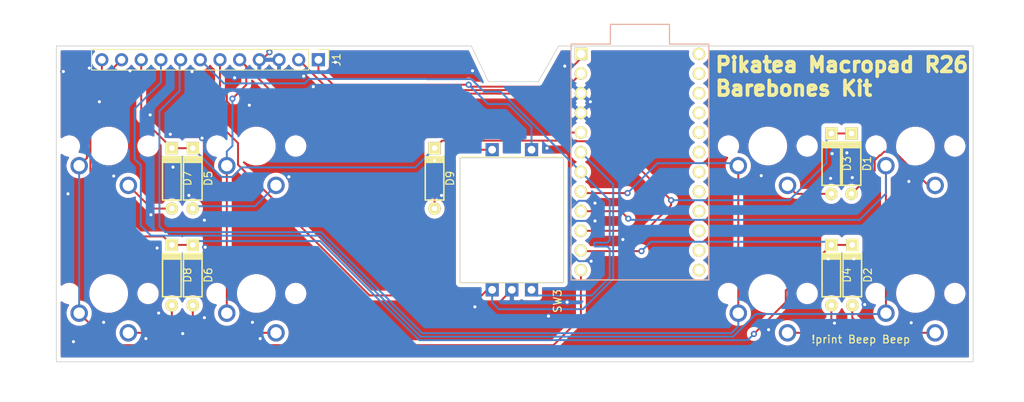
<source format=kicad_pcb>
(kicad_pcb (version 20171130) (host pcbnew "(5.1.6)-1")
  (layers (0 F.Cu signal) (31 B.Cu signal) (34 B.Paste user) (35 F.Paste user) (36 B.SilkS user) (37 F.SilkS user) (38 B.Mask user) (39 F.Mask user) (44 Edge.Cuts user))
  (net 0 "")
  (net 1 /D9)
  (net 2 /D7)
  (net 3 /D8)
  (net 4 /A4)
  (net 5 /A3)
  (net 6 /A0)
  (net 7 "Net-(J1-Pad2)")
  (net 8 GND)
  (net 9 /A)
  (net 10 /B)
  (net 11 /A10)
  (net 12 "Net-(D1-Pad2)")
  (net 13 "Net-(D2-Pad2)")
  (net 14 "Net-(D3-Pad2)")
  (net 15 "Net-(D4-Pad2)")
  (net 16 "Net-(D5-Pad2)")
  (net 17 "Net-(D6-Pad2)")
  (net 18 "Net-(D7-Pad2)")
  (net 19 "Net-(D8-Pad2)")
  (net 20 "Net-(D9-Pad2)")
  (module MX_Only:MXOnly-1U-NoLED (layer B.Cu) (at 95.051479 88.32366)
    (fp_text reference MX8)
    (fp_text value MX-LED)
    (pad 2 thru_hole circle (at 2.54 5.08) (size 2.25 2.25) (drill 1.47) (layers *.Cu F.Mask) (net 18 "Net-(D7-Pad2)"))
    (pad "" np_thru_hole circle (at 0 0) (size 3.9878 3.9878) (drill 3.9878) (layers *.Cu *.Mask))
    (pad 1 thru_hole circle (at -3.81 2.54) (size 2.25 2.25) (drill 1.47) (layers *.Cu F.Mask) (net 4 /A4))
    (pad "" np_thru_hole circle (at -5.08 0 311.9004) (size 1.75 1.75) (drill 1.75) (layers *.Cu *.Mask))
    (pad "" np_thru_hole circle (at 5.08 0 311.9004) (size 1.75 1.75) (drill 1.75) (layers *.Cu *.Mask))
  )
  (module MX_Only:MXOnly-1U-NoLED (layer B.Cu) (at 114.10148 88.32366)
    (fp_text reference MX7)
    (fp_text value MX-LED)
    (pad 2 thru_hole circle (at 2.54 5.08) (size 2.25 2.25) (drill 1.47) (layers *.Cu F.Mask) (net 16 "Net-(D5-Pad2)"))
    (pad "" np_thru_hole circle (at 0 0) (size 3.9878 3.9878) (drill 3.9878) (layers *.Cu *.Mask))
    (pad 1 thru_hole circle (at -3.81 2.54) (size 2.25 2.25) (drill 1.47) (layers *.Cu F.Mask) (net 3 /D8))
    (pad "" np_thru_hole circle (at -5.08 0 311.9004) (size 1.75 1.75) (drill 1.75) (layers *.Cu *.Mask))
    (pad "" np_thru_hole circle (at 5.08 0 311.9004) (size 1.75 1.75) (drill 1.75) (layers *.Cu *.Mask))
  )
  (module MX_Only:MXOnly-1U-NoLED (layer B.Cu) (at 180.10148 88.32366)
    (fp_text reference MX6)
    (fp_text value MX-LED)
    (pad 2 thru_hole circle (at 2.54 5.08) (size 2.25 2.25) (drill 1.47) (layers *.Cu F.Mask) (net 14 "Net-(D3-Pad2)"))
    (pad "" np_thru_hole circle (at 0 0) (size 3.9878 3.9878) (drill 3.9878) (layers *.Cu *.Mask))
    (pad 1 thru_hole circle (at -3.81 2.54) (size 2.25 2.25) (drill 1.47) (layers *.Cu F.Mask) (net 2 /D7))
    (pad "" np_thru_hole circle (at -5.08 0 311.9004) (size 1.75 1.75) (drill 1.75) (layers *.Cu *.Mask))
    (pad "" np_thru_hole circle (at 5.08 0 311.9004) (size 1.75 1.75) (drill 1.75) (layers *.Cu *.Mask))
  )
  (module MX_Only:MXOnly-1U-NoLED (layer B.Cu) (at 199.15148 88.32366)
    (fp_text reference MX5)
    (fp_text value MX-LED)
    (pad 2 thru_hole circle (at 2.54 5.08) (size 2.25 2.25) (drill 1.47) (layers *.Cu F.Mask) (net 12 "Net-(D1-Pad2)"))
    (pad "" np_thru_hole circle (at 0 0) (size 3.9878 3.9878) (drill 3.9878) (layers *.Cu *.Mask))
    (pad 1 thru_hole circle (at -3.81 2.54) (size 2.25 2.25) (drill 1.47) (layers *.Cu F.Mask) (net 1 /D9))
    (pad "" np_thru_hole circle (at -5.08 0 311.9004) (size 1.75 1.75) (drill 1.75) (layers *.Cu *.Mask))
    (pad "" np_thru_hole circle (at 5.08 0 311.9004) (size 1.75 1.75) (drill 1.75) (layers *.Cu *.Mask))
  )
  (module MX_Only:MXOnly-1U-NoLED (layer B.Cu) (at 95.051479 107.37366)
    (fp_text reference MX4)
    (fp_text value MX-LED)
    (pad 2 thru_hole circle (at 2.54 5.08) (size 2.25 2.25) (drill 1.47) (layers *.Cu F.Mask) (net 19 "Net-(D8-Pad2)"))
    (pad "" np_thru_hole circle (at 0 0) (size 3.9878 3.9878) (drill 3.9878) (layers *.Cu *.Mask))
    (pad 1 thru_hole circle (at -3.81 2.54) (size 2.25 2.25) (drill 1.47) (layers *.Cu F.Mask) (net 4 /A4))
    (pad "" np_thru_hole circle (at -5.08 0 311.9004) (size 1.75 1.75) (drill 1.75) (layers *.Cu *.Mask))
    (pad "" np_thru_hole circle (at 5.08 0 311.9004) (size 1.75 1.75) (drill 1.75) (layers *.Cu *.Mask))
  )
  (module MX_Only:MXOnly-1U-NoLED (layer B.Cu) (at 114.10148 107.373659)
    (fp_text reference MX3)
    (fp_text value MX-LED)
    (pad 2 thru_hole circle (at 2.54 5.08) (size 2.25 2.25) (drill 1.47) (layers *.Cu F.Mask) (net 17 "Net-(D6-Pad2)"))
    (pad "" np_thru_hole circle (at 0 0) (size 3.9878 3.9878) (drill 3.9878) (layers *.Cu *.Mask))
    (pad 1 thru_hole circle (at -3.81 2.54) (size 2.25 2.25) (drill 1.47) (layers *.Cu F.Mask) (net 3 /D8))
    (pad "" np_thru_hole circle (at -5.08 0 311.9004) (size 1.75 1.75) (drill 1.75) (layers *.Cu *.Mask))
    (pad "" np_thru_hole circle (at 5.08 0 311.9004) (size 1.75 1.75) (drill 1.75) (layers *.Cu *.Mask))
  )
  (module MX_Only:MXOnly-1U-NoLED (layer B.Cu) (at 180.10148 107.373659)
    (fp_text reference MX2)
    (fp_text value MX-LED)
    (pad 2 thru_hole circle (at 2.54 5.08) (size 2.25 2.25) (drill 1.47) (layers *.Cu F.Mask) (net 15 "Net-(D4-Pad2)"))
    (pad "" np_thru_hole circle (at 0 0) (size 3.9878 3.9878) (drill 3.9878) (layers *.Cu *.Mask))
    (pad 1 thru_hole circle (at -3.81 2.54) (size 2.25 2.25) (drill 1.47) (layers *.Cu F.Mask) (net 2 /D7))
    (pad "" np_thru_hole circle (at -5.08 0 311.9004) (size 1.75 1.75) (drill 1.75) (layers *.Cu *.Mask))
    (pad "" np_thru_hole circle (at 5.08 0 311.9004) (size 1.75 1.75) (drill 1.75) (layers *.Cu *.Mask))
  )
  (module MX_Only:MXOnly-1U-NoLED (layer B.Cu) (at 199.15148 107.373659)
    (fp_text reference MX1)
    (fp_text value MX-LED)
    (pad 2 thru_hole circle (at 2.54 5.08) (size 2.25 2.25) (drill 1.47) (layers *.Cu F.Mask) (net 13 "Net-(D2-Pad2)"))
    (pad "" np_thru_hole circle (at 0 0) (size 3.9878 3.9878) (drill 3.9878) (layers *.Cu *.Mask))
    (pad 1 thru_hole circle (at -3.81 2.54) (size 2.25 2.25) (drill 1.47) (layers *.Cu F.Mask) (net 1 /D9))
    (pad "" np_thru_hole circle (at -5.08 0 311.9004) (size 1.75 1.75) (drill 1.75) (layers *.Cu *.Mask))
    (pad "" np_thru_hole circle (at 5.08 0 311.9004) (size 1.75 1.75) (drill 1.75) (layers *.Cu *.Mask))
  )
  (module keyboard_parts:D_axial (layer F.Cu) (at 190.9 90.6 270)
    (fp_text reference D1 (at 0 -2 90) (layer F.SilkS))
    (fp_text value 1N4148W)
    (fp_line (start 2.8 1.2) (end -2.8 1.2) (layer F.SilkS) (width 0.2))
    (fp_line (start 2.8 -1.2) (end 2.8 1.2) (layer F.SilkS) (width 0.2))
    (fp_line (start -2.8 -1.2) (end 2.8 -1.2) (layer F.SilkS) (width 0.2))
    (fp_line (start -2.8 -1.2) (end -2.8 1.2) (layer F.SilkS) (width 0.2))
    (fp_line (start -2.625 -1.2) (end -2.625 1.2) (layer F.SilkS) (width 0.2))
    (fp_line (start -2.45 -1.2) (end -2.45 1.2) (layer F.SilkS) (width 0.2))
    (fp_line (start -2.275 -1.2) (end -2.275 1.2) (layer F.SilkS) (width 0.2))
    (fp_line (start -2.175 -1.2) (end -2.175 1.2) (layer F.SilkS) (width 0.2))
    (fp_line (start -2.075 -1.2) (end -2.075 1.2) (layer F.SilkS) (width 0.2))
    (pad 2 thru_hole circle (at 3.9 0 270) (size 1.6 1.6) (drill 0.7) (layers *.Cu *.Mask F.SilkS) (net 12 "Net-(D1-Pad2)"))
    (pad 1 thru_hole rect (at -3.9 0 270) (size 1.6 1.6) (drill 0.7) (layers *.Cu *.Mask F.SilkS) (net 5 /A3))
  )
  (module keyboard_parts:D_axial (layer F.Cu) (at 191 105 270)
    (fp_text reference D2 (at 0 -2 90) (layer F.SilkS))
    (fp_text value 1N4148W)
    (fp_line (start 2.8 1.2) (end -2.8 1.2) (layer F.SilkS) (width 0.2))
    (fp_line (start 2.8 -1.2) (end 2.8 1.2) (layer F.SilkS) (width 0.2))
    (fp_line (start -2.8 -1.2) (end 2.8 -1.2) (layer F.SilkS) (width 0.2))
    (fp_line (start -2.8 -1.2) (end -2.8 1.2) (layer F.SilkS) (width 0.2))
    (fp_line (start -2.625 -1.2) (end -2.625 1.2) (layer F.SilkS) (width 0.2))
    (fp_line (start -2.45 -1.2) (end -2.45 1.2) (layer F.SilkS) (width 0.2))
    (fp_line (start -2.275 -1.2) (end -2.275 1.2) (layer F.SilkS) (width 0.2))
    (fp_line (start -2.175 -1.2) (end -2.175 1.2) (layer F.SilkS) (width 0.2))
    (fp_line (start -2.075 -1.2) (end -2.075 1.2) (layer F.SilkS) (width 0.2))
    (pad 2 thru_hole circle (at 3.9 0 270) (size 1.6 1.6) (drill 0.7) (layers *.Cu *.Mask F.SilkS) (net 13 "Net-(D2-Pad2)"))
    (pad 1 thru_hole rect (at -3.9 0 270) (size 1.6 1.6) (drill 0.7) (layers *.Cu *.Mask F.SilkS) (net 6 /A0))
  )
  (module keyboard_parts:D_axial (layer F.Cu) (at 188.3 90.6 270)
    (fp_text reference D3 (at 0 -2 90) (layer F.SilkS))
    (fp_text value 1N4148W)
    (fp_line (start 2.8 1.2) (end -2.8 1.2) (layer F.SilkS) (width 0.2))
    (fp_line (start 2.8 -1.2) (end 2.8 1.2) (layer F.SilkS) (width 0.2))
    (fp_line (start -2.8 -1.2) (end 2.8 -1.2) (layer F.SilkS) (width 0.2))
    (fp_line (start -2.8 -1.2) (end -2.8 1.2) (layer F.SilkS) (width 0.2))
    (fp_line (start -2.625 -1.2) (end -2.625 1.2) (layer F.SilkS) (width 0.2))
    (fp_line (start -2.45 -1.2) (end -2.45 1.2) (layer F.SilkS) (width 0.2))
    (fp_line (start -2.275 -1.2) (end -2.275 1.2) (layer F.SilkS) (width 0.2))
    (fp_line (start -2.175 -1.2) (end -2.175 1.2) (layer F.SilkS) (width 0.2))
    (fp_line (start -2.075 -1.2) (end -2.075 1.2) (layer F.SilkS) (width 0.2))
    (pad 2 thru_hole circle (at 3.9 0 270) (size 1.6 1.6) (drill 0.7) (layers *.Cu *.Mask F.SilkS) (net 14 "Net-(D3-Pad2)"))
    (pad 1 thru_hole rect (at -3.9 0 270) (size 1.6 1.6) (drill 0.7) (layers *.Cu *.Mask F.SilkS) (net 5 /A3))
  )
  (module keyboard_parts:D_axial (layer F.Cu) (at 188.3 105 270)
    (fp_text reference D4 (at 0 -2 270) (layer F.SilkS))
    (fp_text value 1N4148W)
    (fp_line (start 2.8 1.2) (end -2.8 1.2) (layer F.SilkS) (width 0.2))
    (fp_line (start 2.8 -1.2) (end 2.8 1.2) (layer F.SilkS) (width 0.2))
    (fp_line (start -2.8 -1.2) (end 2.8 -1.2) (layer F.SilkS) (width 0.2))
    (fp_line (start -2.8 -1.2) (end -2.8 1.2) (layer F.SilkS) (width 0.2))
    (fp_line (start -2.625 -1.2) (end -2.625 1.2) (layer F.SilkS) (width 0.2))
    (fp_line (start -2.45 -1.2) (end -2.45 1.2) (layer F.SilkS) (width 0.2))
    (fp_line (start -2.275 -1.2) (end -2.275 1.2) (layer F.SilkS) (width 0.2))
    (fp_line (start -2.175 -1.2) (end -2.175 1.2) (layer F.SilkS) (width 0.2))
    (fp_line (start -2.075 -1.2) (end -2.075 1.2) (layer F.SilkS) (width 0.2))
    (pad 2 thru_hole circle (at 3.9 0 270) (size 1.6 1.6) (drill 0.7) (layers *.Cu *.Mask F.SilkS) (net 15 "Net-(D4-Pad2)"))
    (pad 1 thru_hole rect (at -3.9 0 270) (size 1.6 1.6) (drill 0.7) (layers *.Cu *.Mask F.SilkS) (net 6 /A0))
  )
  (module keyboard_parts:D_axial (layer F.Cu) (at 105.9 92.5 270)
    (fp_text reference D5 (at 0 -2 90) (layer F.SilkS))
    (fp_text value 1N4148W)
    (fp_line (start 2.8 1.2) (end -2.8 1.2) (layer F.SilkS) (width 0.2))
    (fp_line (start 2.8 -1.2) (end 2.8 1.2) (layer F.SilkS) (width 0.2))
    (fp_line (start -2.8 -1.2) (end 2.8 -1.2) (layer F.SilkS) (width 0.2))
    (fp_line (start -2.8 -1.2) (end -2.8 1.2) (layer F.SilkS) (width 0.2))
    (fp_line (start -2.625 -1.2) (end -2.625 1.2) (layer F.SilkS) (width 0.2))
    (fp_line (start -2.45 -1.2) (end -2.45 1.2) (layer F.SilkS) (width 0.2))
    (fp_line (start -2.275 -1.2) (end -2.275 1.2) (layer F.SilkS) (width 0.2))
    (fp_line (start -2.175 -1.2) (end -2.175 1.2) (layer F.SilkS) (width 0.2))
    (fp_line (start -2.075 -1.2) (end -2.075 1.2) (layer F.SilkS) (width 0.2))
    (pad 2 thru_hole circle (at 3.9 0 270) (size 1.6 1.6) (drill 0.7) (layers *.Cu *.Mask F.SilkS) (net 16 "Net-(D5-Pad2)"))
    (pad 1 thru_hole rect (at -3.9 0 270) (size 1.6 1.6) (drill 0.7) (layers *.Cu *.Mask F.SilkS) (net 5 /A3))
  )
  (module keyboard_parts:D_axial (layer F.Cu) (at 105.9 105 270)
    (fp_text reference D6 (at 0 -2 90) (layer F.SilkS))
    (fp_text value 1N4148W)
    (fp_line (start 2.8 1.2) (end -2.8 1.2) (layer F.SilkS) (width 0.2))
    (fp_line (start 2.8 -1.2) (end 2.8 1.2) (layer F.SilkS) (width 0.2))
    (fp_line (start -2.8 -1.2) (end 2.8 -1.2) (layer F.SilkS) (width 0.2))
    (fp_line (start -2.8 -1.2) (end -2.8 1.2) (layer F.SilkS) (width 0.2))
    (fp_line (start -2.625 -1.2) (end -2.625 1.2) (layer F.SilkS) (width 0.2))
    (fp_line (start -2.45 -1.2) (end -2.45 1.2) (layer F.SilkS) (width 0.2))
    (fp_line (start -2.275 -1.2) (end -2.275 1.2) (layer F.SilkS) (width 0.2))
    (fp_line (start -2.175 -1.2) (end -2.175 1.2) (layer F.SilkS) (width 0.2))
    (fp_line (start -2.075 -1.2) (end -2.075 1.2) (layer F.SilkS) (width 0.2))
    (pad 2 thru_hole circle (at 3.9 0 270) (size 1.6 1.6) (drill 0.7) (layers *.Cu *.Mask F.SilkS) (net 17 "Net-(D6-Pad2)"))
    (pad 1 thru_hole rect (at -3.9 0 270) (size 1.6 1.6) (drill 0.7) (layers *.Cu *.Mask F.SilkS) (net 6 /A0))
  )
  (module keyboard_parts:D_axial (layer F.Cu) (at 103.2 92.5 270)
    (fp_text reference D7 (at 0 -2 90) (layer F.SilkS))
    (fp_text value 1N4148W)
    (fp_line (start 2.8 1.2) (end -2.8 1.2) (layer F.SilkS) (width 0.2))
    (fp_line (start 2.8 -1.2) (end 2.8 1.2) (layer F.SilkS) (width 0.2))
    (fp_line (start -2.8 -1.2) (end 2.8 -1.2) (layer F.SilkS) (width 0.2))
    (fp_line (start -2.8 -1.2) (end -2.8 1.2) (layer F.SilkS) (width 0.2))
    (fp_line (start -2.625 -1.2) (end -2.625 1.2) (layer F.SilkS) (width 0.2))
    (fp_line (start -2.45 -1.2) (end -2.45 1.2) (layer F.SilkS) (width 0.2))
    (fp_line (start -2.275 -1.2) (end -2.275 1.2) (layer F.SilkS) (width 0.2))
    (fp_line (start -2.175 -1.2) (end -2.175 1.2) (layer F.SilkS) (width 0.2))
    (fp_line (start -2.075 -1.2) (end -2.075 1.2) (layer F.SilkS) (width 0.2))
    (pad 2 thru_hole circle (at 3.9 0 270) (size 1.6 1.6) (drill 0.7) (layers *.Cu *.Mask F.SilkS) (net 18 "Net-(D7-Pad2)"))
    (pad 1 thru_hole rect (at -3.9 0 270) (size 1.6 1.6) (drill 0.7) (layers *.Cu *.Mask F.SilkS) (net 5 /A3))
  )
  (module keyboard_parts:D_axial (layer F.Cu) (at 103.2 105 270)
    (fp_text reference D8 (at 0 -2 90) (layer F.SilkS))
    (fp_text value 1N4148W)
    (fp_line (start 2.8 1.2) (end -2.8 1.2) (layer F.SilkS) (width 0.2))
    (fp_line (start 2.8 -1.2) (end 2.8 1.2) (layer F.SilkS) (width 0.2))
    (fp_line (start -2.8 -1.2) (end 2.8 -1.2) (layer F.SilkS) (width 0.2))
    (fp_line (start -2.8 -1.2) (end -2.8 1.2) (layer F.SilkS) (width 0.2))
    (fp_line (start -2.625 -1.2) (end -2.625 1.2) (layer F.SilkS) (width 0.2))
    (fp_line (start -2.45 -1.2) (end -2.45 1.2) (layer F.SilkS) (width 0.2))
    (fp_line (start -2.275 -1.2) (end -2.275 1.2) (layer F.SilkS) (width 0.2))
    (fp_line (start -2.175 -1.2) (end -2.175 1.2) (layer F.SilkS) (width 0.2))
    (fp_line (start -2.075 -1.2) (end -2.075 1.2) (layer F.SilkS) (width 0.2))
    (pad 2 thru_hole circle (at 3.9 0 270) (size 1.6 1.6) (drill 0.7) (layers *.Cu *.Mask F.SilkS) (net 19 "Net-(D8-Pad2)"))
    (pad 1 thru_hole rect (at -3.9 0 270) (size 1.6 1.6) (drill 0.7) (layers *.Cu *.Mask F.SilkS) (net 6 /A0))
  )
  (module keyboard_parts:D_axial (layer F.Cu) (at 137.1 92.5 270)
    (fp_text reference D9 (at 0 -2 90) (layer F.SilkS))
    (fp_text value 1N4148W)
    (fp_line (start 2.8 1.2) (end -2.8 1.2) (layer F.SilkS) (width 0.2))
    (fp_line (start 2.8 -1.2) (end 2.8 1.2) (layer F.SilkS) (width 0.2))
    (fp_line (start -2.8 -1.2) (end 2.8 -1.2) (layer F.SilkS) (width 0.2))
    (fp_line (start -2.8 -1.2) (end -2.8 1.2) (layer F.SilkS) (width 0.2))
    (fp_line (start -2.625 -1.2) (end -2.625 1.2) (layer F.SilkS) (width 0.2))
    (fp_line (start -2.45 -1.2) (end -2.45 1.2) (layer F.SilkS) (width 0.2))
    (fp_line (start -2.275 -1.2) (end -2.275 1.2) (layer F.SilkS) (width 0.2))
    (fp_line (start -2.175 -1.2) (end -2.175 1.2) (layer F.SilkS) (width 0.2))
    (fp_line (start -2.075 -1.2) (end -2.075 1.2) (layer F.SilkS) (width 0.2))
    (pad 2 thru_hole circle (at 3.9 0 270) (size 1.6 1.6) (drill 0.7) (layers *.Cu *.Mask F.SilkS) (net 20 "Net-(D9-Pad2)"))
    (pad 1 thru_hole rect (at -3.9 0 270) (size 1.6 1.6) (drill 0.7) (layers *.Cu *.Mask F.SilkS) (net 5 /A3))
  )
  (module promicro:ProMicro (layer F.Cu) (at 163.6014 90.3859 270)
    (fp_text reference U1 hide)
    (fp_text value ProMicro)
    (fp_line (start 15.24 -8.89) (end 15.24 8.89) (layer F.SilkS) (width 0.15))
    (fp_line (start -15.24 -8.89) (end 15.24 -8.89) (layer F.SilkS) (width 0.15))
    (fp_line (start -15.24 -3.81) (end -15.24 -8.89) (layer F.SilkS) (width 0.15))
    (fp_line (start -17.78 -3.81) (end -15.24 -3.81) (layer F.SilkS) (width 0.15))
    (fp_line (start -17.78 3.81) (end -17.78 -3.81) (layer F.SilkS) (width 0.15))
    (fp_line (start -15.24 3.81) (end -17.78 3.81) (layer F.SilkS) (width 0.15))
    (fp_line (start -15.24 8.89) (end -15.24 3.81) (layer F.SilkS) (width 0.15))
    (fp_line (start -15.24 8.89) (end 15.24 8.89) (layer F.SilkS) (width 0.15))
    (fp_line (start -15.24 -8.89) (end 15.24 -8.89) (layer B.SilkS) (width 0.15))
    (fp_line (start -15.24 -3.81) (end -15.24 -8.89) (layer B.SilkS) (width 0.15))
    (fp_line (start -17.78 -3.81) (end -15.24 -3.81) (layer B.SilkS) (width 0.15))
    (fp_line (start -17.78 3.81) (end -17.78 -3.81) (layer B.SilkS) (width 0.15))
    (fp_line (start -15.24 3.81) (end -17.78 3.81) (layer B.SilkS) (width 0.15))
    (fp_line (start -15.24 8.89) (end -15.24 3.81) (layer B.SilkS) (width 0.15))
    (fp_line (start 15.24 8.89) (end -15.24 8.89) (layer B.SilkS) (width 0.15))
    (fp_line (start 15.24 -8.89) (end 15.24 8.89) (layer B.SilkS) (width 0.15))
    (pad 24 thru_hole circle (at -13.97 -7.62 270) (size 1.6 1.6) (drill 1.1) (layers *.Cu *.Mask F.SilkS))
    (pad 23 thru_hole circle (at -11.43 -7.62 270) (size 1.6 1.6) (drill 1.1) (layers *.Cu *.Mask F.SilkS))
    (pad 22 thru_hole circle (at -8.89 -7.62 270) (size 1.6 1.6) (drill 1.1) (layers *.Cu *.Mask F.SilkS))
    (pad 21 thru_hole circle (at -6.35 -7.62 270) (size 1.6 1.6) (drill 1.1) (layers *.Cu *.Mask F.SilkS))
    (pad 20 thru_hole circle (at -3.81 -7.62 270) (size 1.6 1.6) (drill 1.1) (layers *.Cu *.Mask F.SilkS))
    (pad 19 thru_hole circle (at -1.27 -7.62 270) (size 1.6 1.6) (drill 1.1) (layers *.Cu *.Mask F.SilkS))
    (pad 18 thru_hole circle (at 1.27 -7.62 270) (size 1.6 1.6) (drill 1.1) (layers *.Cu *.Mask F.SilkS))
    (pad 17 thru_hole circle (at 3.81 -7.62 270) (size 1.6 1.6) (drill 1.1) (layers *.Cu *.Mask F.SilkS))
    (pad 16 thru_hole circle (at 6.35 -7.62 270) (size 1.6 1.6) (drill 1.1) (layers *.Cu *.Mask F.SilkS))
    (pad 15 thru_hole circle (at 8.89 -7.62 270) (size 1.6 1.6) (drill 1.1) (layers *.Cu *.Mask F.SilkS))
    (pad 14 thru_hole circle (at 11.43 -7.62 270) (size 1.6 1.6) (drill 1.1) (layers *.Cu *.Mask F.SilkS))
    (pad 13 thru_hole circle (at 13.97 -7.62 270) (size 1.6 1.6) (drill 1.1) (layers *.Cu *.Mask F.SilkS))
    (pad 12 thru_hole circle (at 13.97 7.62 270) (size 1.6 1.6) (drill 1.1) (layers *.Cu *.Mask F.SilkS) (net 4 /A4))
    (pad 11 thru_hole circle (at 11.43 7.62 270) (size 1.6 1.6) (drill 1.1) (layers *.Cu *.Mask F.SilkS) (net 6 /A0))
    (pad 10 thru_hole circle (at 8.89 7.62 270) (size 1.6 1.6) (drill 1.1) (layers *.Cu *.Mask F.SilkS) (net 5 /A3))
    (pad 9 thru_hole circle (at 6.35 7.62 270) (size 1.6 1.6) (drill 1.1) (layers *.Cu *.Mask F.SilkS) (net 1 /D9))
    (pad 8 thru_hole circle (at 3.81 7.62 270) (size 1.6 1.6) (drill 1.1) (layers *.Cu *.Mask F.SilkS) (net 2 /D7))
    (pad 7 thru_hole circle (at 1.27 7.62 270) (size 1.6 1.6) (drill 1.1) (layers *.Cu *.Mask F.SilkS) (net 9 /A))
    (pad 6 thru_hole circle (at -1.27 7.62 270) (size 1.6 1.6) (drill 1.1) (layers *.Cu *.Mask F.SilkS) (net 10 /B))
    (pad 5 thru_hole circle (at -3.81 7.62 270) (size 1.6 1.6) (drill 1.1) (layers *.Cu *.Mask F.SilkS) (net 3 /D8))
    (pad 4 thru_hole circle (at -6.35 7.62 270) (size 1.6 1.6) (drill 1.1) (layers *.Cu *.Mask F.SilkS) (net 8 GND))
    (pad 3 thru_hole circle (at -8.89 7.62 270) (size 1.6 1.6) (drill 1.1) (layers *.Cu *.Mask F.SilkS) (net 8 GND))
    (pad 2 thru_hole circle (at -11.43 7.62 270) (size 1.6 1.6) (drill 1.1) (layers *.Cu *.Mask F.SilkS) (net 7 "Net-(J1-Pad2)"))
    (pad 1 thru_hole rect (at -13.97 7.62 270) (size 1.6 1.6) (drill 1.1) (layers *.Cu *.Mask F.SilkS) (net 11 /A10))
  )
  (module Connector_PinHeader_2.54mm:PinHeader_1x12_P2.54mm_Vertical (layer F.Cu) (at 122.1105 77.1779 270)
    (fp_text reference J1 (at 0 -2.33 90) (layer F.SilkS))
    (fp_text value Conn_01x12_Female)
    (fp_line (start -1.33 -1.33) (end 0 -1.33) (layer F.SilkS) (width 0.12))
    (fp_line (start -1.33 0) (end -1.33 -1.33) (layer F.SilkS) (width 0.12))
    (fp_line (start -1.33 1.27) (end 1.33 1.27) (layer F.SilkS) (width 0.12))
    (fp_line (start 1.33 1.27) (end 1.33 29.27) (layer F.SilkS) (width 0.12))
    (fp_line (start -1.33 1.27) (end -1.33 29.27) (layer F.SilkS) (width 0.12))
    (fp_line (start -1.33 29.27) (end 1.33 29.27) (layer F.SilkS) (width 0.12))
    (pad 12 thru_hole oval (at 0 27.94 270) (size 1.7 1.7) (drill 1) (layers *.Cu *.Mask) (net 4 /A4))
    (pad 11 thru_hole oval (at 0 25.4 270) (size 1.7 1.7) (drill 1) (layers *.Cu *.Mask) (net 6 /A0))
    (pad 10 thru_hole oval (at 0 22.86 270) (size 1.7 1.7) (drill 1) (layers *.Cu *.Mask) (net 5 /A3))
    (pad 9 thru_hole oval (at 0 20.32 270) (size 1.7 1.7) (drill 1) (layers *.Cu *.Mask) (net 1 /D9))
    (pad 8 thru_hole oval (at 0 17.78 270) (size 1.7 1.7) (drill 1) (layers *.Cu *.Mask) (net 2 /D7))
    (pad 7 thru_hole oval (at 0 15.24 270) (size 1.7 1.7) (drill 1) (layers *.Cu *.Mask) (net 9 /A))
    (pad 6 thru_hole oval (at 0 12.7 270) (size 1.7 1.7) (drill 1) (layers *.Cu *.Mask) (net 10 /B))
    (pad 5 thru_hole oval (at 0 10.16 270) (size 1.7 1.7) (drill 1) (layers *.Cu *.Mask) (net 3 /D8))
    (pad 4 thru_hole oval (at 0 7.62 270) (size 1.7 1.7) (drill 1) (layers *.Cu *.Mask) (net 8 GND))
    (pad 3 thru_hole oval (at 0 5.08 270) (size 1.7 1.7) (drill 1) (layers *.Cu *.Mask) (net 8 GND))
    (pad 2 thru_hole oval (at 0 2.54 270) (size 1.7 1.7) (drill 1) (layers *.Cu *.Mask) (net 7 "Net-(J1-Pad2)"))
    (pad 1 thru_hole rect (at 0 0 270) (size 1.7 1.7) (drill 1) (layers *.Cu *.Mask) (net 11 /A10))
  )
  (module "Pikatea Macropad Encoder Side Mount:Encoder-BI_EN11_HSM0E" (layer F.Cu) (at 147.07108 97.848659 90)
    (fp_text reference SW3 (at -10.5 5.9 90) (layer F.SilkS))
    (fp_text value Rotary_Encoder_Switch)
    (fp_line (start 8.1 6.7) (end -8.1 6.7) (layer F.SilkS) (width 0.12))
    (fp_line (start -8.1 -6.7) (end 8.1 -6.7) (layer F.SilkS) (width 0.12))
    (fp_line (start 8.1 6.7) (end 8.1 -6.7) (layer F.SilkS) (width 0.12))
    (fp_line (start -8.1 6.7) (end -8.1 -6.7) (layer F.SilkS) (width 0.12))
    (pad S1 thru_hole rect (at 9.05 -2.54 90) (size 1.7 1.7) (drill 1) (layers *.Cu *.Mask) (net 20 "Net-(D9-Pad2)"))
    (pad S2 thru_hole rect (at 9.05 2.54 90) (size 1.7 1.7) (drill 1) (layers *.Cu *.Mask) (net 11 /A10))
    (pad C thru_hole rect (at -9.05 0 90) (size 1.7 1.7) (drill 1) (layers *.Cu *.Mask) (net 8 GND))
    (pad B thru_hole rect (at -9.05 -2.54 90) (size 1.7 1.7) (drill 1) (layers *.Cu *.Mask) (net 10 /B))
    (pad A thru_hole rect (at -9.05 2.54 90) (size 1.7 1.7) (drill 1) (layers *.Cu *.Mask) (net 9 /A))
  )
  (gr_line (start 153.1 75.4) (end 206.6 75.4) (layer Edge.Cuts) (width 0.1))
  (gr_line (start 144.05 80) (end 141.85 75.4) (layer Edge.Cuts) (width 0.1))
  (gr_line (start 150.5 80) (end 144.05 80) (layer Edge.Cuts) (width 0.1))
  (gr_line (start 153.1 75.4) (end 150.5 80) (layer Edge.Cuts) (width 0.1))
  (gr_text "!print Beep Beep" (at 192.1 113.3) (layer F.SilkS) (effects (font (size 1 1))))
  (gr_text "Pikatea Macropad R26 \nBarebones Kit" (at 173.1 79.35) (layer F.SilkS) (effects (font (size 1.9 1.9) (thickness 0.475)) (justify left)))
  (gr_line (start 141.85 75.4) (end 88.3 75.4) (layer Edge.Cuts) (width 0.1))
  (gr_line (start 206.6 116.2) (end 206.6 75.4) (layer Edge.Cuts) (width 0.1))
  (gr_line (start 88.3 116.2) (end 206.6 116.2) (layer Edge.Cuts) (width 0.1))
  (gr_line (start 88.3 75.4) (end 88.3 116.2) (layer Edge.Cuts) (width 0.1))
  (gr_line (start 153.7327 89.85) (end 153.7327 106) (layer Edge.Cuts) (width 0.1))
  (gr_line (start 140.4 89.85) (end 153.7327 89.85) (layer Edge.Cuts) (width 0.1))
  (gr_line (start 140.4 106) (end 140.4 89.85) (layer Edge.Cuts) (width 0.1))
  (gr_line (start 153.7327 106) (end 140.4 106) (layer Edge.Cuts) (width 0.1))
  (segment (start 195.34148 107.879661) (end 195.34148 109.913659) (width 0.25) (layer F.Cu) (net 1))
  (segment (start 195.34148 90.86366) (end 195.34148 107.879661) (width 0.25) (layer F.Cu) (net 1))
  (segment (start 101.7905 80.1095) (end 101.7905 77.1779) (width 0.25) (layer B.Cu) (net 1))
  (segment (start 178.548824 110.025001) (end 175.623815 112.95001) (width 0.25) (layer B.Cu) (net 1))
  (segment (start 135.313599 112.950009) (end 122.26359 99.9) (width 0.25) (layer B.Cu) (net 1))
  (segment (start 122.26359 99.9) (end 100.5 99.9) (width 0.25) (layer B.Cu) (net 1))
  (segment (start 195.230138 110.025001) (end 178.548824 110.025001) (width 0.25) (layer B.Cu) (net 1))
  (segment (start 99.2 98.6) (end 99.2 90.8) (width 0.25) (layer B.Cu) (net 1))
  (segment (start 100.5 99.9) (end 99.2 98.6) (width 0.25) (layer B.Cu) (net 1))
  (segment (start 175.623815 112.95001) (end 135.313599 112.950009) (width 0.25) (layer B.Cu) (net 1))
  (segment (start 99.2 90.8) (end 98.4 90) (width 0.25) (layer B.Cu) (net 1))
  (segment (start 98.4 83.5) (end 101.7905 80.1095) (width 0.25) (layer B.Cu) (net 1))
  (segment (start 195.34148 109.913659) (end 195.230138 110.025001) (width 0.25) (layer B.Cu) (net 1))
  (segment (start 98.4 90) (end 98.4 83.5) (width 0.25) (layer B.Cu) (net 1))
  (segment (start 195.34148 90.86366) (end 195.34148 94.45852) (width 0.25) (layer B.Cu) (net 1))
  (via (at 162.1 97.7) (size 0.8) (drill 0.4) (layers F.Cu B.Cu) (net 1))
  (segment (start 162.260901 97.860901) (end 162.1 97.7) (width 0.25) (layer B.Cu) (net 1))
  (segment (start 195.34148 94.45852) (end 191.939099 97.860901) (width 0.25) (layer B.Cu) (net 1))
  (segment (start 191.939099 97.860901) (end 162.260901 97.860901) (width 0.25) (layer B.Cu) (net 1))
  (segment (start 161.1359 96.7359) (end 155.9814 96.7359) (width 0.25) (layer F.Cu) (net 1))
  (segment (start 162.1 97.7) (end 161.1359 96.7359) (width 0.25) (layer F.Cu) (net 1))
  (segment (start 176.29148 107.879661) (end 176.29148 109.913659) (width 0.25) (layer F.Cu) (net 2))
  (segment (start 176.29148 90.86366) (end 176.29148 107.879661) (width 0.25) (layer F.Cu) (net 2))
  (segment (start 104.2 81.2) (end 104.2 77.3084) (width 0.25) (layer B.Cu) (net 2))
  (segment (start 101.6 83.8) (end 104.2 81.2) (width 0.25) (layer B.Cu) (net 2))
  (segment (start 102.34999 99.44999) (end 101.6 98.7) (width 0.25) (layer B.Cu) (net 2))
  (segment (start 104.2 77.3084) (end 104.3305 77.1779) (width 0.25) (layer B.Cu) (net 2))
  (segment (start 176.29148 111.60852) (end 175.4 112.5) (width 0.25) (layer B.Cu) (net 2))
  (segment (start 101.6 98.7) (end 101.6 83.8) (width 0.25) (layer B.Cu) (net 2))
  (segment (start 176.29148 109.913659) (end 176.29148 111.60852) (width 0.25) (layer B.Cu) (net 2))
  (segment (start 122.44999 99.44999) (end 102.34999 99.44999) (width 0.25) (layer B.Cu) (net 2))
  (segment (start 175.4 112.5) (end 135.5 112.5) (width 0.25) (layer B.Cu) (net 2))
  (segment (start 135.5 112.5) (end 122.44999 99.44999) (width 0.25) (layer B.Cu) (net 2))
  (segment (start 165.869101 90.530899) (end 162 94.4) (width 0.25) (layer B.Cu) (net 2))
  (segment (start 176.29148 90.86366) (end 175.958719 90.530899) (width 0.25) (layer B.Cu) (net 2))
  (via (at 162 94.4) (size 0.8) (drill 0.4) (layers F.Cu B.Cu) (net 2))
  (segment (start 175.958719 90.530899) (end 165.869101 90.530899) (width 0.25) (layer B.Cu) (net 2))
  (segment (start 156.1855 94.4) (end 155.9814 94.1959) (width 0.25) (layer F.Cu) (net 2))
  (segment (start 162 94.4) (end 156.1855 94.4) (width 0.25) (layer F.Cu) (net 2))
  (segment (start 110.29148 109.913659) (end 110.29148 90.86366) (width 0.25) (layer F.Cu) (net 3))
  (segment (start 111.9505 77.332678) (end 111.9505 77.1779) (width 0.25) (layer F.Cu) (net 3))
  (segment (start 115.234957 80.462357) (end 111.9505 77.1779) (width 0.25) (layer F.Cu) (net 3))
  (segment (start 154.3759 86.5759) (end 153.7 85.9) (width 0.25) (layer F.Cu) (net 3))
  (segment (start 155.9814 86.5759) (end 154.3759 86.5759) (width 0.25) (layer F.Cu) (net 3))
  (segment (start 112.800499 80.422381) (end 111.01832 82.20456) (width 0.25) (layer F.Cu) (net 3))
  (segment (start 111.9505 77.1779) (end 112.800499 78.027899) (width 0.25) (layer F.Cu) (net 3))
  (via (at 111.01832 82.20456) (size 0.8) (drill 0.4) (layers F.Cu B.Cu) (net 3))
  (segment (start 112.800499 78.027899) (end 112.800499 80.422381) (width 0.25) (layer F.Cu) (net 3))
  (segment (start 110.29148 89.01978) (end 110.29148 90.86366) (width 0.25) (layer B.Cu) (net 3))
  (segment (start 111.01832 82.20456) (end 111.01832 88.29294) (width 0.25) (layer B.Cu) (net 3))
  (segment (start 111.01832 88.29294) (end 110.29148 89.01978) (width 0.25) (layer B.Cu) (net 3))
  (segment (start 153.7 83.6) (end 151.650021 81.550021) (width 0.25) (layer F.Cu) (net 3))
  (segment (start 153.7 85.9) (end 153.7 83.6) (width 0.25) (layer F.Cu) (net 3))
  (segment (start 116.322621 81.550021) (end 115.234957 80.462357) (width 0.25) (layer F.Cu) (net 3))
  (segment (start 151.650021 81.550021) (end 116.322621 81.550021) (width 0.25) (layer F.Cu) (net 3))
  (segment (start 91.241479 109.91366) (end 91.241479 90.86366) (width 0.25) (layer B.Cu) (net 4))
  (segment (start 155.9814 110.5186) (end 155.9814 104.3559) (width 0.25) (layer F.Cu) (net 4))
  (segment (start 155.9814 110.5186) (end 152.45 114.05) (width 0.25) (layer F.Cu) (net 4))
  (segment (start 95.377819 114.05) (end 91.241479 109.91366) (width 0.25) (layer F.Cu) (net 4))
  (segment (start 152.45 114.05) (end 95.377819 114.05) (width 0.25) (layer F.Cu) (net 4))
  (segment (start 94.1705 77.1779) (end 94.1705 79.08149) (width 0.25) (layer F.Cu) (net 4))
  (segment (start 94.1705 79.08149) (end 92.24147 81.01052) (width 0.25) (layer F.Cu) (net 4))
  (segment (start 92.24147 89.863669) (end 91.241479 90.86366) (width 0.25) (layer F.Cu) (net 4))
  (segment (start 92.24147 81.01052) (end 92.24147 89.863669) (width 0.25) (layer F.Cu) (net 4))
  (segment (start 137.709101 87.990899) (end 137.1 88.6) (width 0.25) (layer B.Cu) (net 5))
  (segment (start 105.9 88.6) (end 103.2 88.6) (width 0.25) (layer F.Cu) (net 5))
  (segment (start 103.2 88.6) (end 100.3 85.7) (width 0.25) (layer F.Cu) (net 5))
  (segment (start 99.2505 84.6505) (end 100.3 85.7) (width 0.25) (layer F.Cu) (net 5))
  (segment (start 99.2505 77.1779) (end 99.2505 84.6505) (width 0.25) (layer F.Cu) (net 5))
  (segment (start 167.620901 95.320901) (end 167.620901 95.320901) (width 0.25) (layer B.Cu) (net 5))
  (via (at 167.620901 95.320901) (size 0.8) (drill 0.4) (layers F.Cu B.Cu) (net 5))
  (segment (start 137.709101 87.990899) (end 137.1 88.6) (width 0.25) (layer F.Cu) (net 5))
  (segment (start 167.620901 95.320901) (end 167.620901 95.979099) (width 0.25) (layer F.Cu) (net 5))
  (segment (start 164.3241 99.2759) (end 155.9814 99.2759) (width 0.25) (layer F.Cu) (net 5))
  (segment (start 167.620901 95.979099) (end 164.3241 99.2759) (width 0.25) (layer F.Cu) (net 5))
  (segment (start 106.823661 89.523661) (end 105.9 88.6) (width 0.25) (layer B.Cu) (net 5))
  (segment (start 137.1 88.6) (end 135.057439 90.642561) (width 0.25) (layer B.Cu) (net 5))
  (segment (start 134.615241 91.084759) (end 137.1 88.6) (width 0.25) (layer B.Cu) (net 5))
  (segment (start 112.216383 91.084759) (end 134.615241 91.084759) (width 0.25) (layer B.Cu) (net 5))
  (segment (start 110.987481 92.313661) (end 112.216383 91.084759) (width 0.25) (layer B.Cu) (net 5))
  (segment (start 105.9 88.6) (end 109.613661 92.313661) (width 0.25) (layer B.Cu) (net 5))
  (segment (start 109.613661 92.313661) (end 110.987481 92.313661) (width 0.25) (layer B.Cu) (net 5))
  (segment (start 167.620901 95.320901) (end 160.290899 87.990899) (width 0.25) (layer F.Cu) (net 5))
  (segment (start 155.441399 87.700901) (end 158.247299 87.700901) (width 0.25) (layer F.Cu) (net 5))
  (segment (start 155.364156 87.623658) (end 155.441399 87.700901) (width 0.25) (layer F.Cu) (net 5))
  (segment (start 137.1 88.6) (end 138.076342 87.623658) (width 0.25) (layer F.Cu) (net 5))
  (segment (start 138.076342 87.623658) (end 155.364156 87.623658) (width 0.25) (layer F.Cu) (net 5))
  (segment (start 158.537297 87.990899) (end 160.290899 87.990899) (width 0.25) (layer F.Cu) (net 5))
  (segment (start 158.247299 87.700901) (end 158.537297 87.990899) (width 0.25) (layer F.Cu) (net 5))
  (segment (start 187.674999 90.516143) (end 187.674999 87.325001) (width 0.25) (layer B.Cu) (net 5))
  (segment (start 187.674999 87.325001) (end 188.3 86.7) (width 0.25) (layer B.Cu) (net 5))
  (segment (start 182.870241 95.320901) (end 187.674999 90.516143) (width 0.25) (layer B.Cu) (net 5))
  (segment (start 167.620901 95.320901) (end 182.870241 95.320901) (width 0.25) (layer B.Cu) (net 5))
  (segment (start 188.3 86.7) (end 190.9 86.7) (width 0.25) (layer F.Cu) (net 5))
  (segment (start 191 101.1) (end 188.3 101.1) (width 0.25) (layer F.Cu) (net 6))
  (segment (start 103.2 101.1) (end 105.9 101.1) (width 0.25) (layer F.Cu) (net 6))
  (segment (start 182.420381 108.486732) (end 182.420381 106.979619) (width 0.25) (layer F.Cu) (net 6))
  (segment (start 178.307113 112.6) (end 178.307113 112.6) (width 0.25) (layer F.Cu) (net 6))
  (segment (start 182.420381 106.979619) (end 188.3 101.1) (width 0.25) (layer F.Cu) (net 6))
  (segment (start 178.307113 112.6) (end 182.420381 108.486732) (width 0.25) (layer F.Cu) (net 6))
  (via (at 178.307113 112.6) (size 0.8) (drill 0.4) (layers F.Cu B.Cu) (net 6))
  (segment (start 177.507095 113.400018) (end 135.127198 113.400018) (width 0.25) (layer B.Cu) (net 6))
  (segment (start 178.307113 112.6) (end 177.507095 113.400018) (width 0.25) (layer B.Cu) (net 6))
  (segment (start 135.127198 113.400018) (end 122.32718 100.6) (width 0.25) (layer B.Cu) (net 6))
  (segment (start 106.4 100.6) (end 105.9 101.1) (width 0.25) (layer B.Cu) (net 6))
  (segment (start 122.32718 100.6) (end 106.4 100.6) (width 0.25) (layer B.Cu) (net 6))
  (segment (start 188.3 101.1) (end 187.890899 100.690899) (width 0.25) (layer B.Cu) (net 6))
  (via (at 163.8 101.9) (size 0.8) (drill 0.4) (layers F.Cu B.Cu) (net 6))
  (segment (start 187.890899 100.690899) (end 165.009101 100.690899) (width 0.25) (layer B.Cu) (net 6))
  (segment (start 165.009101 100.690899) (end 163.8 101.9) (width 0.25) (layer B.Cu) (net 6))
  (segment (start 156.0655 101.9) (end 155.9814 101.8159) (width 0.25) (layer F.Cu) (net 6))
  (segment (start 163.8 101.9) (end 156.0655 101.9) (width 0.25) (layer F.Cu) (net 6))
  (segment (start 102.1 100) (end 98.9 100) (width 0.25) (layer F.Cu) (net 6))
  (segment (start 103.2 101.1) (end 102.1 100) (width 0.25) (layer F.Cu) (net 6))
  (segment (start 98.9 100) (end 92.69148 93.79148) (width 0.25) (layer F.Cu) (net 6))
  (segment (start 93.2 80.6884) (end 96.7105 77.1779) (width 0.25) (layer F.Cu) (net 6))
  (segment (start 92.69148 93.79148) (end 92.69148 81.19692) (width 0.25) (layer F.Cu) (net 6))
  (segment (start 92.69148 81.19692) (end 93.2 80.6884) (width 0.25) (layer F.Cu) (net 6))
  (segment (start 155.9814 78.9559) (end 154.924952 80.012348) (width 0.25) (layer F.Cu) (net 7))
  (segment (start 123.492611 81.100011) (end 121.8963 79.5037) (width 0.25) (layer F.Cu) (net 7))
  (segment (start 153.597064 80.012348) (end 152.509401 81.100011) (width 0.25) (layer F.Cu) (net 7))
  (segment (start 154.924952 80.012348) (end 153.597064 80.012348) (width 0.25) (layer F.Cu) (net 7))
  (segment (start 121.8963 79.5037) (end 119.5705 77.1779) (width 0.25) (layer F.Cu) (net 7))
  (segment (start 152.509401 81.100011) (end 123.492611 81.100011) (width 0.25) (layer F.Cu) (net 7))
  (segment (start 122.404948 80.012348) (end 121.8963 79.5037) (width 0.25) (layer F.Cu) (net 7))
  (via (at 115.8 76.2) (size 0.8) (drill 0.4) (layers F.Cu B.Cu) (net 8))
  (via (at 157.2 82.6) (size 0.8) (drill 0.4) (layers F.Cu B.Cu) (net 8))
  (via (at 107.1 87.3) (size 0.8) (drill 0.4) (layers F.Cu B.Cu) (net 8))
  (via (at 107.4 97.9) (size 0.8) (drill 0.4) (layers F.Cu B.Cu) (net 8))
  (via (at 100.5 97.2) (size 0.8) (drill 0.4) (layers F.Cu B.Cu) (net 8))
  (via (at 103 86.8) (size 0.8) (drill 0.4) (layers F.Cu B.Cu) (net 8))
  (via (at 107.4 110.5) (size 0.8) (drill 0.4) (layers F.Cu B.Cu) (net 8))
  (via (at 101.5 109.9) (size 0.8) (drill 0.4) (layers F.Cu B.Cu) (net 8))
  (via (at 101.3 101.5) (size 0.8) (drill 0.4) (layers F.Cu B.Cu) (net 8))
  (via (at 107.5 101.4) (size 0.8) (drill 0.4) (layers F.Cu B.Cu) (net 8))
  (via (at 151.8 110.3) (size 0.8) (drill 0.4) (layers F.Cu B.Cu) (net 8))
  (via (at 142.3 109.1) (size 0.8) (drill 0.4) (layers F.Cu B.Cu) (net 8))
  (via (at 154.2 108.5) (size 0.8) (drill 0.4) (layers F.Cu B.Cu) (net 8))
  (via (at 188.7 111.2) (size 0.8) (drill 0.4) (layers F.Cu B.Cu) (net 8))
  (via (at 192.6 108.8) (size 0.8) (drill 0.4) (layers F.Cu B.Cu) (net 8))
  (via (at 187.9 102.9) (size 0.8) (drill 0.4) (layers F.Cu B.Cu) (net 8))
  (via (at 191.2 102.9) (size 0.8) (drill 0.4) (layers F.Cu B.Cu) (net 8))
  (via (at 188.4 89.3) (size 0.8) (drill 0.4) (layers F.Cu B.Cu) (net 8))
  (via (at 190.3 89.2) (size 0.8) (drill 0.4) (layers F.Cu B.Cu) (net 8))
  (via (at 191 92.4) (size 0.8) (drill 0.4) (layers F.Cu B.Cu) (net 8))
  (via (at 188.2 92.5) (size 0.8) (drill 0.4) (layers F.Cu B.Cu) (net 8))
  (via (at 157.3 103.2) (size 0.8) (drill 0.4) (layers F.Cu B.Cu) (net 8))
  (via (at 118.3 92.3) (size 0.8) (drill 0.4) (layers F.Cu B.Cu) (net 8))
  (via (at 95.7 92.2) (size 0.8) (drill 0.4) (layers F.Cu B.Cu) (net 8))
  (via (at 94.4 111.1) (size 0.8) (drill 0.4) (layers F.Cu B.Cu) (net 8))
  (via (at 113.6 111.1) (size 0.8) (drill 0.4) (layers F.Cu B.Cu) (net 8))
  (via (at 151.6 88.6) (size 0.8) (drill 0.4) (layers F.Cu B.Cu) (net 8))
  (via (at 137.1 90.2) (size 0.8) (drill 0.4) (layers F.Cu B.Cu) (net 8))
  (via (at 138 94.7) (size 0.8) (drill 0.4) (layers F.Cu B.Cu) (net 8))
  (via (at 153.9 78) (size 0.8) (drill 0.4) (layers F.Cu B.Cu) (net 8))
  (via (at 120.2 79.3) (size 0.8) (drill 0.4) (layers F.Cu B.Cu) (net 8))
  (via (at 100.4 84.3) (size 0.8) (drill 0.4) (layers F.Cu B.Cu) (net 8))
  (via (at 89.8 94.5) (size 0.8) (drill 0.4) (layers F.Cu B.Cu) (net 8))
  (via (at 161.4 100.4) (size 0.8) (drill 0.4) (layers F.Cu B.Cu) (net 8))
  (segment (start 155.700498 103.2) (end 154.6 102.099502) (width 0.25) (layer B.Cu) (net 8))
  (segment (start 157.3 103.2) (end 155.700498 103.2) (width 0.25) (layer B.Cu) (net 8))
  (segment (start 154.6 96.5) (end 155.7 95.4) (width 0.25) (layer B.Cu) (net 8))
  (via (at 157.8 95.7) (size 0.8) (drill 0.4) (layers F.Cu B.Cu) (net 8))
  (segment (start 155.7 95.4) (end 157.5 95.4) (width 0.25) (layer B.Cu) (net 8))
  (segment (start 157.5 95.4) (end 157.8 95.7) (width 0.25) (layer B.Cu) (net 8))
  (via (at 90.5 113.6) (size 0.8) (drill 0.4) (layers F.Cu B.Cu) (net 8))
  (via (at 89.2 78.7) (size 0.8) (drill 0.4) (layers F.Cu B.Cu) (net 8))
  (via (at 157.8 98) (size 0.8) (drill 0.4) (layers F.Cu B.Cu) (net 8))
  (segment (start 154.6 98.8) (end 155.4 98) (width 0.25) (layer B.Cu) (net 8))
  (segment (start 154.6 98.8) (end 154.6 96.5) (width 0.25) (layer B.Cu) (net 8))
  (segment (start 155.4 98) (end 157.8 98) (width 0.25) (layer B.Cu) (net 8))
  (segment (start 154.6 102.099502) (end 154.6 98.8) (width 0.25) (layer B.Cu) (net 8))
  (via (at 111.3 79.5) (size 0.8) (drill 0.4) (layers F.Cu B.Cu) (net 8))
  (segment (start 117.0305 77.1779) (end 114.4905 77.1779) (width 0.25) (layer F.Cu) (net 8))
  (segment (start 114.8221 77.1779) (end 115.8 76.2) (width 0.25) (layer F.Cu) (net 8))
  (segment (start 114.4905 77.1779) (end 114.8221 77.1779) (width 0.25) (layer F.Cu) (net 8))
  (segment (start 114.4905 77.1779) (end 114.4905 78.3905) (width 0.25) (layer F.Cu) (net 8))
  (segment (start 115.4 79.3) (end 120.2 79.3) (width 0.25) (layer F.Cu) (net 8))
  (segment (start 114.4905 78.3905) (end 115.4 79.3) (width 0.25) (layer F.Cu) (net 8))
  (segment (start 120 79.5) (end 120.2 79.3) (width 0.25) (layer B.Cu) (net 8))
  (segment (start 111.3 79.5) (end 120 79.5) (width 0.25) (layer B.Cu) (net 8))
  (segment (start 144.869739 109.1) (end 142.3 109.1) (width 0.25) (layer F.Cu) (net 8))
  (segment (start 147.07108 106.898659) (end 144.869739 109.1) (width 0.25) (layer F.Cu) (net 8))
  (via (at 113.2 83.05) (size 0.8) (drill 0.4) (layers F.Cu B.Cu) (net 8))
  (segment (start 110.790758 83.05) (end 113.2 83.05) (width 0.25) (layer F.Cu) (net 8))
  (segment (start 110.293319 82.552561) (end 110.790758 83.05) (width 0.25) (layer F.Cu) (net 8))
  (segment (start 111.3 79.5) (end 110.293319 80.506681) (width 0.25) (layer F.Cu) (net 8))
  (segment (start 110.293319 80.506681) (end 110.293319 82.552561) (width 0.25) (layer F.Cu) (net 8))
  (via (at 121.45 80.65) (size 0.8) (drill 0.4) (layers F.Cu B.Cu) (net 8))
  (segment (start 120.2 79.3) (end 120.2 79.4) (width 0.25) (layer F.Cu) (net 8))
  (segment (start 120.2 79.4) (end 121.45 80.65) (width 0.25) (layer F.Cu) (net 8))
  (via (at 124.3 77.5) (size 0.8) (drill 0.4) (layers F.Cu B.Cu) (net 8))
  (via (at 179.25 92.15) (size 0.8) (drill 0.4) (layers F.Cu B.Cu) (net 8))
  (via (at 198.3 92.9) (size 0.8) (drill 0.4) (layers F.Cu B.Cu) (net 8))
  (via (at 198.6 111.15) (size 0.8) (drill 0.4) (layers F.Cu B.Cu) (net 8))
  (via (at 180.2 112.05) (size 0.8) (drill 0.4) (layers F.Cu B.Cu) (net 8))
  (via (at 142 78.6) (size 0.8) (drill 0.4) (layers F.Cu B.Cu) (net 8))
  (via (at 99.85 113.2) (size 0.8) (drill 0.4) (layers F.Cu B.Cu) (net 8))
  (via (at 104.6 112.55) (size 0.8) (drill 0.4) (layers F.Cu B.Cu) (net 8))
  (via (at 114.6 113.2) (size 0.8) (drill 0.4) (layers F.Cu B.Cu) (net 8))
  (via (at 93.85 82.6) (size 0.8) (drill 0.4) (layers F.Cu B.Cu) (net 8))
  (via (at 92.55 78.25) (size 0.8) (drill 0.4) (layers F.Cu B.Cu) (net 8))
  (via (at 97.8 78.6) (size 0.8) (drill 0.4) (layers F.Cu B.Cu) (net 8))
  (via (at 105.8 78.7) (size 0.8) (drill 0.4) (layers F.Cu B.Cu) (net 8))
  (via (at 103.35 91.05) (size 0.8) (drill 0.4) (layers F.Cu B.Cu) (net 8))
  (via (at 105.4 94.7) (size 0.8) (drill 0.4) (layers F.Cu B.Cu) (net 8))
  (segment (start 157.37006 107.62994) (end 159.7 105.3) (width 0.25) (layer B.Cu) (net 9))
  (segment (start 159.7 95.3745) (end 155.9814 91.6559) (width 0.25) (layer B.Cu) (net 9))
  (segment (start 159.7 95.3745) (end 159.7 100.5) (width 0.25) (layer B.Cu) (net 9))
  (segment (start 159.7 100.5) (end 159.4 100.8) (width 0.25) (layer B.Cu) (net 9))
  (segment (start 159.4 100.8) (end 157.8 100.8) (width 0.25) (layer B.Cu) (net 9))
  (segment (start 157.8 100.8) (end 157.7 100.9) (width 0.25) (layer B.Cu) (net 9))
  (segment (start 157.7 100.9) (end 157.7 101.2) (width 0.25) (layer B.Cu) (net 9))
  (segment (start 157.7 101.2) (end 157.8 101.3) (width 0.25) (layer B.Cu) (net 9))
  (segment (start 157.8 101.3) (end 159.4 101.3) (width 0.25) (layer B.Cu) (net 9))
  (segment (start 159.7 101.6) (end 159.7 105.3) (width 0.25) (layer B.Cu) (net 9))
  (segment (start 159.4 101.3) (end 159.7 101.6) (width 0.25) (layer B.Cu) (net 9))
  (segment (start 157.37006 107.62994) (end 150.342361 107.62994) (width 0.25) (layer B.Cu) (net 9))
  (segment (start 149.742931 107.03051) (end 149.61108 107.03051) (width 0.25) (layer B.Cu) (net 9))
  (segment (start 150.342361 107.62994) (end 149.742931 107.03051) (width 0.25) (layer B.Cu) (net 9))
  (segment (start 120.925001 79.648001) (end 120.348001 80.225001) (width 0.25) (layer B.Cu) (net 9))
  (segment (start 145.63641 81.3) (end 143.473002 81.3) (width 0.25) (layer B.Cu) (net 9))
  (segment (start 152.4 88.0745) (end 152.4 88.06359) (width 0.25) (layer B.Cu) (net 9))
  (segment (start 152.4 88.06359) (end 145.63641 81.3) (width 0.25) (layer B.Cu) (net 9))
  (segment (start 143.473002 81.3) (end 141.848001 79.674999) (width 0.25) (layer B.Cu) (net 9))
  (segment (start 155.9814 91.6559) (end 152.4 88.0745) (width 0.25) (layer B.Cu) (net 9))
  (segment (start 141.848001 79.674999) (end 136.125001 79.674999) (width 0.25) (layer B.Cu) (net 9))
  (segment (start 108.254946 78.562346) (end 106.8705 77.1779) (width 0.25) (layer B.Cu) (net 9))
  (segment (start 109.917601 80.225001) (end 108.254946 78.562346) (width 0.25) (layer B.Cu) (net 9))
  (segment (start 136.125001 79.674999) (end 136.098003 79.648001) (width 0.25) (layer B.Cu) (net 9))
  (segment (start 136.098003 79.648001) (end 120.925001 79.648001) (width 0.25) (layer B.Cu) (net 9))
  (segment (start 120.348001 80.225001) (end 109.917601 80.225001) (width 0.25) (layer B.Cu) (net 9))
  (segment (start 144.53108 107.62994) (end 144.53108 108.53108) (width 0.25) (layer B.Cu) (net 10))
  (segment (start 144.53108 108.53108) (end 145.4 109.4) (width 0.25) (layer B.Cu) (net 10))
  (segment (start 160.15001 93.28451) (end 155.9814 89.1159) (width 0.25) (layer B.Cu) (net 10))
  (segment (start 156.23641 109.4) (end 160.15001 105.4864) (width 0.25) (layer B.Cu) (net 10))
  (segment (start 160.15001 105.4864) (end 160.15001 93.28451) (width 0.25) (layer B.Cu) (net 10))
  (segment (start 145.4 109.4) (end 156.23641 109.4) (width 0.25) (layer B.Cu) (net 10))
  (segment (start 112.991818 91.9) (end 112.9 91.9) (width 0.25) (layer F.Cu) (net 10))
  (segment (start 128.721758 107.62994) (end 112.991818 91.9) (width 0.25) (layer F.Cu) (net 10))
  (segment (start 112.9 91.9) (end 111.741481 90.741481) (width 0.25) (layer F.Cu) (net 10))
  (segment (start 111.741481 87.941481) (end 109.4105 85.6105) (width 0.25) (layer F.Cu) (net 10))
  (segment (start 111.741481 90.741481) (end 111.741481 87.941481) (width 0.25) (layer F.Cu) (net 10))
  (segment (start 109.4105 85.6105) (end 109.4105 77.1779) (width 0.25) (layer F.Cu) (net 10))
  (segment (start 143.901341 106.898659) (end 143.17006 107.62994) (width 0.25) (layer F.Cu) (net 10))
  (segment (start 144.53108 106.898659) (end 143.901341 106.898659) (width 0.25) (layer F.Cu) (net 10))
  (segment (start 143.17006 107.62994) (end 128.721758 107.62994) (width 0.25) (layer F.Cu) (net 10))
  (segment (start 122.1105 78.5105) (end 122.1105 77.1779) (width 0.25) (layer F.Cu) (net 11))
  (segment (start 123.97501 80.37501) (end 122.5 78.9) (width 0.25) (layer F.Cu) (net 11))
  (segment (start 123.162338 79.562338) (end 122.5 78.9) (width 0.25) (layer F.Cu) (net 11))
  (segment (start 122.5 78.9) (end 122.1105 78.5105) (width 0.25) (layer F.Cu) (net 11))
  (segment (start 149.61108 88.798659) (end 149.61108 85.91108) (width 0.25) (layer B.Cu) (net 11))
  (segment (start 149.61108 85.91108) (end 146.6 82.9) (width 0.25) (layer B.Cu) (net 11))
  (segment (start 146.6 82.9) (end 144 82.9) (width 0.25) (layer B.Cu) (net 11))
  (segment (start 144 82.9) (end 142.72499 81.62499) (width 0.25) (layer B.Cu) (net 11))
  (via (at 141.5 80.4) (size 0.8) (drill 0.4) (layers F.Cu B.Cu) (net 11))
  (segment (start 142.72499 81.62499) (end 141.5 80.4) (width 0.25) (layer B.Cu) (net 11))
  (segment (start 124 80.4) (end 123.97501 80.37501) (width 0.25) (layer F.Cu) (net 11))
  (segment (start 141.5 80.4) (end 124 80.4) (width 0.25) (layer F.Cu) (net 11))
  (segment (start 155.9814 76.991602) (end 155.9814 76.4159) (width 0.25) (layer F.Cu) (net 11))
  (segment (start 152.323001 80.650001) (end 155.9814 76.991602) (width 0.25) (layer F.Cu) (net 11))
  (segment (start 141.5 80.4) (end 141.750001 80.650001) (width 0.25) (layer F.Cu) (net 11))
  (segment (start 141.750001 80.650001) (end 152.323001 80.650001) (width 0.25) (layer F.Cu) (net 11))
  (segment (start 200.927482 93.40366) (end 201.69148 93.40366) (width 0.25) (layer F.Cu) (net 12))
  (segment (start 196.445846 89.05) (end 200.799506 93.40366) (width 0.25) (layer F.Cu) (net 12))
  (segment (start 200.799506 93.40366) (end 201.69148 93.40366) (width 0.25) (layer F.Cu) (net 12))
  (segment (start 194.647481 89.523661) (end 195.121142 89.05) (width 0.25) (layer F.Cu) (net 12))
  (segment (start 195.121142 89.05) (end 196.445846 89.05) (width 0.25) (layer F.Cu) (net 12))
  (segment (start 193.891479 90.167659) (end 194.535477 89.523661) (width 0.25) (layer F.Cu) (net 12))
  (segment (start 193.891479 91.508521) (end 193.891479 90.167659) (width 0.25) (layer F.Cu) (net 12))
  (segment (start 194.535477 89.523661) (end 194.647481 89.523661) (width 0.25) (layer F.Cu) (net 12))
  (segment (start 190.9 94.5) (end 193.891479 91.508521) (width 0.25) (layer F.Cu) (net 12))
  (segment (start 191 108.9) (end 191 110.5) (width 0.25) (layer F.Cu) (net 13))
  (segment (start 192.953659 112.453659) (end 201.69148 112.453659) (width 0.25) (layer F.Cu) (net 13))
  (segment (start 191 110.5) (end 192.953659 112.453659) (width 0.25) (layer F.Cu) (net 13))
  (segment (start 183.73782 94.5) (end 182.64148 93.40366) (width 0.25) (layer F.Cu) (net 14))
  (segment (start 188.3 94.5) (end 183.73782 94.5) (width 0.25) (layer F.Cu) (net 14))
  (segment (start 188.3 108.9) (end 188.3 110.7) (width 0.25) (layer F.Cu) (net 15))
  (segment (start 186.546341 112.453659) (end 182.64148 112.453659) (width 0.25) (layer F.Cu) (net 15))
  (segment (start 188.3 110.7) (end 186.546341 112.453659) (width 0.25) (layer F.Cu) (net 15))
  (segment (start 116.64148 93.40366) (end 113.94514 96.1) (width 0.25) (layer B.Cu) (net 16))
  (segment (start 106.2 96.1) (end 105.9 96.4) (width 0.25) (layer B.Cu) (net 16))
  (segment (start 113.94514 96.1) (end 106.2 96.1) (width 0.25) (layer B.Cu) (net 16))
  (segment (start 105.9 108.9) (end 105.9 111.5) (width 0.25) (layer F.Cu) (net 17))
  (segment (start 106.853659 112.453659) (end 116.64148 112.453659) (width 0.25) (layer F.Cu) (net 17))
  (segment (start 105.9 111.5) (end 106.853659 112.453659) (width 0.25) (layer F.Cu) (net 17))
  (segment (start 100.587819 96.4) (end 97.591479 93.40366) (width 0.25) (layer F.Cu) (net 18))
  (segment (start 103.2 96.4) (end 100.587819 96.4) (width 0.25) (layer F.Cu) (net 18))
  (segment (start 103.2 108.9) (end 103.2 110.3) (width 0.25) (layer F.Cu) (net 19))
  (segment (start 101.04634 112.45366) (end 97.591479 112.45366) (width 0.25) (layer F.Cu) (net 19))
  (segment (start 103.2 110.3) (end 101.04634 112.45366) (width 0.25) (layer F.Cu) (net 19))
  (segment (start 137.1 91.7) (end 137.1 96.4) (width 0.25) (layer F.Cu) (net 20))
  (segment (start 144.53108 88.798659) (end 140.001341 88.798659) (width 0.25) (layer F.Cu) (net 20))
  (segment (start 140.001341 88.798659) (end 137.1 91.7) (width 0.25) (layer F.Cu) (net 20))
  (zone (net 8) (net_name GND) (layer F.Cu) (connect_pads (clearance 0.508)) (min_thickness 0.254) (fill yes (arc_segments 32) (thermal_gap 0.508) (thermal_bridge_width 0.508))
    (polygon (pts (xy 210.7 118.2) (xy 85.6 118.2) (xy 85.6 72.3) (xy 210.7 71.3)))
  )
  (zone (net 8) (net_name GND) (layer B.Cu) (connect_pads (clearance 0.508)) (min_thickness 0.254) (fill yes (arc_segments 32) (thermal_gap 0.508) (thermal_bridge_width 0.508))
    (polygon (pts (xy 211.4 118.8) (xy 85.1 118.8) (xy 85.1 71.5) (xy 211.4 71.5)))
  )
)
</source>
